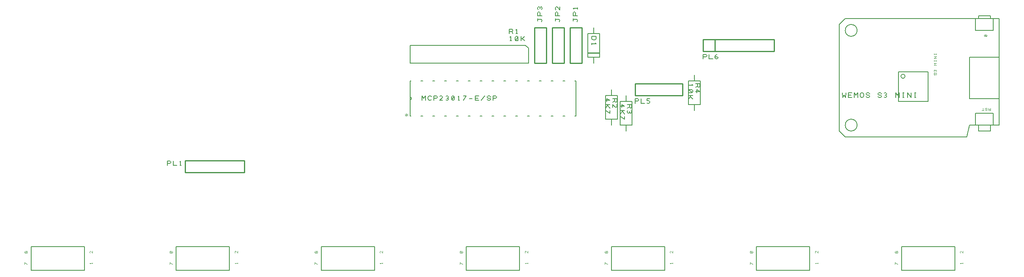
<source format=gbr>
G04 DesignSpark PCB Gerber Version 11.0 Build 5877*
%FSLAX35Y35*%
%MOIN*%
%ADD87C,0.00300*%
%ADD23C,0.00394*%
%ADD21C,0.00500*%
%ADD86C,0.00600*%
%ADD24C,0.00787*%
%ADD13C,0.01000*%
X0Y0D02*
D02*
D13*
X173100Y115600D02*
X223100D01*
Y125600D01*
X173100D01*
Y115600D01*
X468100Y238100D02*
Y208100D01*
X478100D01*
Y238100D01*
X468100D01*
X483100D02*
Y208100D01*
X493100D01*
Y238100D01*
X483100D01*
X498100D02*
Y208100D01*
X508100D01*
Y238100D01*
X498100D01*
X522800Y216600D02*
X513400D01*
X553100Y180600D02*
X593100D01*
Y190600D01*
X553100D01*
Y180600D01*
X610600Y228100D02*
Y218100D01*
X620600D01*
Y228100D01*
X610600D01*
X620600Y218100D02*
X670600D01*
Y228100D01*
X620600D01*
Y218100D01*
D02*
D21*
X43100Y33100D02*
X88100D01*
Y53100D01*
X43100D01*
Y33100D01*
X158100Y121537D02*
Y125287D01*
X160287D01*
X160913Y124975D01*
X161225Y124350D01*
X160913Y123725D01*
X160287Y123413D01*
X158100D01*
X163100Y125287D02*
Y121537D01*
X166225D01*
X168725D02*
X169975D01*
X169350D02*
Y125287D01*
X168725Y124663D01*
X165600Y33100D02*
X210600D01*
Y53100D01*
X165600D01*
Y33100D01*
X288100D02*
X333100D01*
Y53100D01*
X288100D01*
Y33100D01*
X363100Y223100D02*
X460600D01*
X463100Y220600D01*
Y208100D01*
X363100D01*
Y223100D01*
X373100Y176537D02*
Y180287D01*
X374663Y178413D01*
X376225Y180287D01*
Y176537D01*
X381225Y177163D02*
X380913Y176850D01*
X380287Y176537D01*
X379350D01*
X378725Y176850D01*
X378413Y177163D01*
X378100Y177787D01*
Y179037D01*
X378413Y179663D01*
X378725Y179975D01*
X379350Y180287D01*
X380287D01*
X380913Y179975D01*
X381225Y179663D01*
X383100Y176537D02*
Y180287D01*
X385287D01*
X385913Y179975D01*
X386225Y179350D01*
X385913Y178725D01*
X385287Y178413D01*
X383100D01*
X390600Y176537D02*
X388100D01*
X390287Y178725D01*
X390600Y179350D01*
X390287Y179975D01*
X389663Y180287D01*
X388725D01*
X388100Y179975D01*
X393413Y176850D02*
X394037Y176537D01*
X394663D01*
X395287Y176850D01*
X395600Y177475D01*
X395287Y178100D01*
X394663Y178413D01*
X394037D01*
X394663D02*
X395287Y178725D01*
X395600Y179350D01*
X395287Y179975D01*
X394663Y180287D01*
X394037D01*
X393413Y179975D01*
X398413Y176850D02*
X399037Y176537D01*
X399663D01*
X400287Y176850D01*
X400600Y177475D01*
Y179350D01*
X400287Y179975D01*
X399663Y180287D01*
X399037D01*
X398413Y179975D01*
X398100Y179350D01*
Y177475D01*
X398413Y176850D01*
X400287Y179975D01*
X403725Y176537D02*
X404975D01*
X404350D02*
Y180287D01*
X403725Y179663D01*
X408100Y176537D02*
X410600Y180287D01*
X408100D01*
X413100Y177787D02*
X415600D01*
X418100Y176537D02*
Y180287D01*
X421225D01*
X420600Y178413D02*
X418100D01*
Y176537D02*
X421225D01*
X423100D02*
X426225Y180287D01*
X428100Y177475D02*
X428413Y176850D01*
X429037Y176537D01*
X430287D01*
X430913Y176850D01*
X431225Y177475D01*
X430913Y178100D01*
X430287Y178413D01*
X429037D01*
X428413Y178725D01*
X428100Y179350D01*
X428413Y179975D01*
X429037Y180287D01*
X430287D01*
X430913Y179975D01*
X431225Y179350D01*
X433100Y176537D02*
Y180287D01*
X435287D01*
X435913Y179975D01*
X436225Y179350D01*
X435913Y178725D01*
X435287Y178413D01*
X433100D01*
X410600Y33100D02*
X455600D01*
Y53100D01*
X410600D01*
Y33100D01*
X446850Y232787D02*
Y236537D01*
X449037D01*
X449663Y236225D01*
X449975Y235600D01*
X449663Y234975D01*
X449037Y234663D01*
X446850D01*
X449037D02*
X449975Y232787D01*
X452475D02*
X453725D01*
X453100D02*
Y236537D01*
X452475Y235913D01*
X447475Y226787D02*
X448725D01*
X448100D02*
Y230537D01*
X447475Y229913D01*
X452163Y227100D02*
X452787Y226787D01*
X453413D01*
X454037Y227100D01*
X454350Y227725D01*
Y229600D01*
X454037Y230225D01*
X453413Y230537D01*
X452787D01*
X452163Y230225D01*
X451850Y229600D01*
Y227725D01*
X452163Y227100D01*
X454037Y230225D01*
X456850Y226787D02*
Y230537D01*
Y228663D02*
X457787D01*
X459975Y230537D01*
X457787Y228663D02*
X459975Y226787D01*
X474037Y243100D02*
X474350Y243413D01*
X474663Y244037D01*
X474350Y244663D01*
X474037Y244975D01*
X470913D01*
Y245600D01*
Y244975D02*
Y243725D01*
X474663Y248100D02*
X470913D01*
Y250287D01*
X471225Y250913D01*
X471850Y251225D01*
X472475Y250913D01*
X472787Y250287D01*
Y248100D01*
X474350Y253413D02*
X474663Y254037D01*
Y254663D01*
X474350Y255287D01*
X473725Y255600D01*
X473100Y255287D01*
X472787Y254663D01*
Y254037D01*
Y254663D02*
X472475Y255287D01*
X471850Y255600D01*
X471225Y255287D01*
X470913Y254663D01*
Y254037D01*
X471225Y253413D01*
X489037Y243100D02*
X489350Y243413D01*
X489663Y244037D01*
X489350Y244663D01*
X489037Y244975D01*
X485913D01*
Y245600D01*
Y244975D02*
Y243725D01*
X489663Y248100D02*
X485913D01*
Y250287D01*
X486225Y250913D01*
X486850Y251225D01*
X487475Y250913D01*
X487787Y250287D01*
Y248100D01*
X489663Y255600D02*
Y253100D01*
X487475Y255287D01*
X486850Y255600D01*
X486225Y255287D01*
X485913Y254663D01*
Y253725D01*
X486225Y253100D01*
X504037Y243100D02*
X504350Y243413D01*
X504663Y244037D01*
X504350Y244663D01*
X504037Y244975D01*
X500913D01*
Y245600D01*
Y244975D02*
Y243725D01*
X504663Y248100D02*
X500913D01*
Y250287D01*
X501225Y250913D01*
X501850Y251225D01*
X502475Y250913D01*
X502787Y250287D01*
Y248100D01*
X504663Y253725D02*
Y254975D01*
Y254350D02*
X500913D01*
X501537Y253725D01*
X513100Y233100D02*
X523100D01*
Y213100D01*
X513100D01*
Y233100D01*
X516537Y230600D02*
X520287D01*
Y228725D01*
X519975Y228100D01*
X519663Y227787D01*
X519037Y227475D01*
X517787D01*
X517163Y227787D01*
X516850Y228100D01*
X516537Y228725D01*
Y230600D01*
Y224975D02*
Y223725D01*
Y224350D02*
X520287D01*
X519663Y224975D01*
X518100Y213100D02*
Y208100D01*
Y238100D02*
Y233100D01*
X528100Y180600D02*
X538100D01*
Y160600D01*
X528100D01*
Y180600D01*
X533100Y33100D02*
X578100D01*
Y53100D01*
X533100D01*
Y33100D01*
Y160600D02*
Y155600D01*
X534037Y178100D02*
X537787D01*
Y175913D01*
X537475Y175287D01*
X536850Y174975D01*
X536225Y175287D01*
X535913Y175913D01*
Y178100D01*
Y175913D02*
X534037Y174975D01*
Y170600D02*
Y173100D01*
X536225Y170913D01*
X536850Y170600D01*
X537475Y170913D01*
X537787Y171537D01*
Y172475D01*
X537475Y173100D01*
X528037Y176537D02*
X531787D01*
X529287Y178100D01*
Y175600D01*
X528037Y173100D02*
X531787D01*
X529913D02*
Y172163D01*
X531787Y169975D01*
X529913Y172163D02*
X528037Y169975D01*
Y168100D02*
X531787Y165600D01*
Y168100D01*
X533100Y185600D02*
Y180600D01*
X540600Y175600D02*
X550600D01*
Y155600D01*
X540600D01*
Y175600D01*
X545600Y155600D02*
Y150600D01*
X546537Y173100D02*
X550287D01*
Y170913D01*
X549975Y170287D01*
X549350Y169975D01*
X548725Y170287D01*
X548413Y170913D01*
Y173100D01*
Y170913D02*
X546537Y169975D01*
X546850Y167787D02*
X546537Y167163D01*
Y166537D01*
X546850Y165913D01*
X547475Y165600D01*
X548100Y165913D01*
X548413Y166537D01*
Y167163D01*
Y166537D02*
X548725Y165913D01*
X549350Y165600D01*
X549975Y165913D01*
X550287Y166537D01*
Y167163D01*
X549975Y167787D01*
X540537Y171537D02*
X544287D01*
X541787Y173100D01*
Y170600D01*
X540537Y168100D02*
X544287D01*
X542413D02*
Y167163D01*
X544287Y164975D01*
X542413Y167163D02*
X540537Y164975D01*
Y163100D02*
X544287Y160600D01*
Y163100D01*
X545600Y180600D02*
Y175600D01*
X553100Y174037D02*
Y177787D01*
X555287D01*
X555913Y177475D01*
X556225Y176850D01*
X555913Y176225D01*
X555287Y175913D01*
X553100D01*
X558100Y177787D02*
Y174037D01*
X561225D01*
X563100Y174350D02*
X563725Y174037D01*
X564663D01*
X565287Y174350D01*
X565600Y174975D01*
Y175287D01*
X565287Y175913D01*
X564663Y176225D01*
X563100D01*
Y177787D01*
X565600D01*
X598100Y193100D02*
X608100D01*
Y173100D01*
X598100D01*
Y193100D01*
X603100Y173100D02*
Y168100D01*
X604037Y190600D02*
X607787D01*
Y188413D01*
X607475Y187787D01*
X606850Y187475D01*
X606225Y187787D01*
X605913Y188413D01*
Y190600D01*
Y188413D02*
X604037Y187475D01*
Y184037D02*
X607787D01*
X605287Y185600D01*
Y183100D01*
X598037Y189975D02*
Y188725D01*
Y189350D02*
X601787D01*
X601163Y189975D01*
X598350Y185287D02*
X598037Y184663D01*
Y184037D01*
X598350Y183413D01*
X598975Y183100D01*
X600850D01*
X601475Y183413D01*
X601787Y184037D01*
Y184663D01*
X601475Y185287D01*
X600850Y185600D01*
X598975D01*
X598350Y185287D01*
X601475Y183413D01*
X598037Y180600D02*
X601787D01*
X599913D02*
Y179663D01*
X601787Y177475D01*
X599913Y179663D02*
X598037Y177475D01*
X603100Y198100D02*
Y193100D01*
X610600Y211537D02*
Y215287D01*
X612787D01*
X613413Y214975D01*
X613725Y214350D01*
X613413Y213725D01*
X612787Y213413D01*
X610600D01*
X615600Y215287D02*
Y211537D01*
X618725D01*
X620600Y212475D02*
X620913Y213100D01*
X621537Y213413D01*
X622163D01*
X622787Y213100D01*
X623100Y212475D01*
X622787Y211850D01*
X622163Y211537D01*
X621537D01*
X620913Y211850D01*
X620600Y212475D01*
Y213413D01*
X620913Y214350D01*
X621537Y214975D01*
X622163Y215287D01*
X655600Y33100D02*
X700600D01*
Y53100D01*
X655600D01*
Y33100D01*
X725600Y150600D02*
X730600Y145600D01*
X833100D01*
X835600Y155600D01*
X860600D01*
Y245600D01*
X730600D01*
X725600Y240600D01*
Y150600D01*
X730600Y155600D02*
G75*
G03*
X740600I5000J0D01*
G01*
G75*
G03*
X730600I-5000J0D01*
G01*
Y235600D02*
G75*
G03*
X740600I5000J0D01*
G01*
G75*
G03*
X730600I-5000J0D01*
G01*
X775600Y175600D02*
X800600D01*
Y200600D01*
X775600D01*
Y175600D01*
X778100Y33100D02*
X823100D01*
Y53100D01*
X778100D01*
Y33100D01*
Y195600D02*
G75*
G03*
X780600Y198100I1250J1250D01*
G01*
G75*
G03*
X778100Y195600I-1250J-1250D01*
G01*
X840600Y155600D02*
X855600D01*
Y165600D01*
X840600D01*
Y155600D01*
Y235600D02*
Y245600D01*
X855600D01*
Y235600D01*
X840600D01*
X843100Y150600D02*
Y155600D01*
X853100D01*
Y150600D01*
X843100D01*
X853100Y245600D02*
Y248100D01*
X843100D01*
Y245600D01*
X853100D01*
X860600Y178100D02*
Y213100D01*
X835600D01*
Y178100D01*
X860600D01*
D02*
D23*
X40009Y38100D02*
X37647Y39675D01*
Y38100D01*
X38828Y48139D02*
Y48533D01*
X38631Y48927D01*
X38238Y49124D01*
X37844Y48927D01*
X37647Y48533D01*
Y48139D01*
X37844Y47746D01*
X38238Y47549D01*
X38631Y47746D01*
X38828Y48139D01*
X39025Y47746D01*
X39419Y47549D01*
X39813Y47746D01*
X40009Y48139D01*
Y48533D01*
X39813Y48927D01*
X39419Y49124D01*
X39025Y48927D01*
X38828Y48533D01*
X95009Y38494D02*
Y39281D01*
Y38887D02*
X92647D01*
X93041Y38494D01*
X95009Y49124D02*
Y47549D01*
X93631Y48927D01*
X93238Y49124D01*
X92844Y48927D01*
X92647Y48533D01*
Y47943D01*
X92844Y47549D01*
X162509Y38100D02*
X160147Y39675D01*
Y38100D01*
X161328Y48139D02*
Y48533D01*
X161131Y48927D01*
X160738Y49124D01*
X160344Y48927D01*
X160147Y48533D01*
Y48139D01*
X160344Y47746D01*
X160738Y47549D01*
X161131Y47746D01*
X161328Y48139D01*
X161525Y47746D01*
X161919Y47549D01*
X162313Y47746D01*
X162509Y48139D01*
Y48533D01*
X162313Y48927D01*
X161919Y49124D01*
X161525Y48927D01*
X161328Y48533D01*
X217509Y38494D02*
Y39281D01*
Y38887D02*
X215147D01*
X215541Y38494D01*
X217509Y49124D02*
Y47549D01*
X216131Y48927D01*
X215738Y49124D01*
X215344Y48927D01*
X215147Y48533D01*
Y47943D01*
X215344Y47549D01*
X285009Y38100D02*
X282647Y39675D01*
Y38100D01*
X283828Y48139D02*
Y48533D01*
X283631Y48927D01*
X283238Y49124D01*
X282844Y48927D01*
X282647Y48533D01*
Y48139D01*
X282844Y47746D01*
X283238Y47549D01*
X283631Y47746D01*
X283828Y48139D01*
X284025Y47746D01*
X284419Y47549D01*
X284813Y47746D01*
X285009Y48139D01*
Y48533D01*
X284813Y48927D01*
X284419Y49124D01*
X284025Y48927D01*
X283828Y48533D01*
X340009Y38494D02*
Y39281D01*
Y38887D02*
X337647D01*
X338041Y38494D01*
X340009Y49124D02*
Y47549D01*
X338631Y48927D01*
X338238Y49124D01*
X337844Y48927D01*
X337647Y48533D01*
Y47943D01*
X337844Y47549D01*
X407509Y38100D02*
X405147Y39675D01*
Y38100D01*
X406328Y48139D02*
Y48533D01*
X406131Y48927D01*
X405738Y49124D01*
X405344Y48927D01*
X405147Y48533D01*
Y48139D01*
X405344Y47746D01*
X405738Y47549D01*
X406131Y47746D01*
X406328Y48139D01*
X406525Y47746D01*
X406919Y47549D01*
X407313Y47746D01*
X407509Y48139D01*
Y48533D01*
X407313Y48927D01*
X406919Y49124D01*
X406525Y48927D01*
X406328Y48533D01*
X462509Y38494D02*
Y39281D01*
Y38887D02*
X460147D01*
X460541Y38494D01*
X462509Y49124D02*
Y47549D01*
X461131Y48927D01*
X460738Y49124D01*
X460344Y48927D01*
X460147Y48533D01*
Y47943D01*
X460344Y47549D01*
X530009Y38100D02*
X527647Y39675D01*
Y38100D01*
X528828Y48139D02*
Y48533D01*
X528631Y48927D01*
X528238Y49124D01*
X527844Y48927D01*
X527647Y48533D01*
Y48139D01*
X527844Y47746D01*
X528238Y47549D01*
X528631Y47746D01*
X528828Y48139D01*
X529025Y47746D01*
X529419Y47549D01*
X529813Y47746D01*
X530009Y48139D01*
Y48533D01*
X529813Y48927D01*
X529419Y49124D01*
X529025Y48927D01*
X528828Y48533D01*
X585009Y38494D02*
Y39281D01*
Y38887D02*
X582647D01*
X583041Y38494D01*
X585009Y49124D02*
Y47549D01*
X583631Y48927D01*
X583238Y49124D01*
X582844Y48927D01*
X582647Y48533D01*
Y47943D01*
X582844Y47549D01*
X652509Y38100D02*
X650147Y39675D01*
Y38100D01*
X651328Y48139D02*
Y48533D01*
X651131Y48927D01*
X650738Y49124D01*
X650344Y48927D01*
X650147Y48533D01*
Y48139D01*
X650344Y47746D01*
X650738Y47549D01*
X651131Y47746D01*
X651328Y48139D01*
X651525Y47746D01*
X651919Y47549D01*
X652313Y47746D01*
X652509Y48139D01*
Y48533D01*
X652313Y48927D01*
X651919Y49124D01*
X651525Y48927D01*
X651328Y48533D01*
X707509Y38494D02*
Y39281D01*
Y38887D02*
X705147D01*
X705541Y38494D01*
X707509Y49124D02*
Y47549D01*
X706131Y48927D01*
X705738Y49124D01*
X705344Y48927D01*
X705147Y48533D01*
Y47943D01*
X705344Y47549D01*
X775009Y38100D02*
X772647Y39675D01*
Y38100D01*
X773828Y48139D02*
Y48533D01*
X773631Y48927D01*
X773238Y49124D01*
X772844Y48927D01*
X772647Y48533D01*
Y48139D01*
X772844Y47746D01*
X773238Y47549D01*
X773631Y47746D01*
X773828Y48139D01*
X774025Y47746D01*
X774419Y47549D01*
X774813Y47746D01*
X775009Y48139D01*
Y48533D01*
X774813Y48927D01*
X774419Y49124D01*
X774025Y48927D01*
X773828Y48533D01*
X807067Y198100D02*
X807411Y198272D01*
X807583Y198617D01*
Y199306D01*
X807411Y199650D01*
X807067Y199822D01*
X806722Y199650D01*
X806550Y199306D01*
Y198617D01*
X806378Y198272D01*
X806033Y198100D01*
X805689Y198272D01*
X805516Y198617D01*
Y199306D01*
X805689Y199650D01*
X806033Y199822D01*
X807411Y201028D02*
X807583Y201373D01*
Y201717D01*
X807411Y202062D01*
X807067Y202234D01*
X806722Y202062D01*
X806550Y201717D01*
Y201373D01*
Y201717D02*
X806378Y202062D01*
X806033Y202234D01*
X805689Y202062D01*
X805516Y201717D01*
Y201373D01*
X805689Y201028D01*
X807583Y206368D02*
X805516D01*
X806550Y207229D01*
X805516Y208090D01*
X807583D01*
Y209641D02*
Y210330D01*
Y209985D02*
X805516D01*
Y209641D02*
Y210330D01*
X807583Y211880D02*
X805516D01*
X807583Y213602D01*
X805516D01*
X807583Y215152D02*
Y215841D01*
Y215497D02*
X805516D01*
Y215152D02*
Y215841D01*
X830009Y38494D02*
Y39281D01*
Y38887D02*
X827647D01*
X828041Y38494D01*
X830009Y49124D02*
Y47549D01*
X828631Y48927D01*
X828238Y49124D01*
X827844Y48927D01*
X827647Y48533D01*
Y47943D01*
X827844Y47549D01*
X849911Y230772D02*
X850083Y231117D01*
Y231461D01*
X849911Y231806D01*
X849567Y231978D01*
X848533D01*
X848189Y231806D01*
X848016Y231461D01*
Y231117D01*
X848189Y230772D01*
X848533Y230600D01*
X849567D01*
X849911Y230772D01*
X848189Y231806D01*
X853100Y170083D02*
Y168016D01*
X851894D01*
X851550Y168189D01*
X851378Y168533D01*
X851550Y168878D01*
X851894Y169050D01*
X853100D01*
X851894D02*
X851378Y170083D01*
X850344Y169567D02*
X850172Y169911D01*
X849827Y170083D01*
X849138D01*
X848794Y169911D01*
X848622Y169567D01*
X848794Y169222D01*
X849138Y169050D01*
X849827D01*
X850172Y168878D01*
X850344Y168533D01*
X850172Y168189D01*
X849827Y168016D01*
X849138D01*
X848794Y168189D01*
X848622Y168533D01*
X846727Y170083D02*
Y168016D01*
X847588D02*
X845866D01*
D02*
D24*
X728100Y182787D02*
X728413Y179037D01*
X729663Y180913D01*
X730913Y179037D01*
X731225Y182787D01*
X733100Y179037D02*
Y182787D01*
X736225D01*
X735600Y180913D02*
X733100D01*
Y179037D02*
X736225D01*
X738100D02*
Y182787D01*
X739663Y180913D01*
X741225Y182787D01*
Y179037D01*
X743100Y180287D02*
Y181537D01*
X743413Y182163D01*
X743725Y182475D01*
X744350Y182787D01*
X744975D01*
X745600Y182475D01*
X745913Y182163D01*
X746225Y181537D01*
Y180287D01*
X745913Y179663D01*
X745600Y179350D01*
X744975Y179037D01*
X744350D01*
X743725Y179350D01*
X743413Y179663D01*
X743100Y180287D01*
X748100Y179975D02*
X748413Y179350D01*
X749037Y179037D01*
X750287D01*
X750913Y179350D01*
X751225Y179975D01*
X750913Y180600D01*
X750287Y180913D01*
X749037D01*
X748413Y181225D01*
X748100Y181850D01*
X748413Y182475D01*
X749037Y182787D01*
X750287D01*
X750913Y182475D01*
X751225Y181850D01*
X758100Y179975D02*
X758413Y179350D01*
X759037Y179037D01*
X760287D01*
X760913Y179350D01*
X761225Y179975D01*
X760913Y180600D01*
X760287Y180913D01*
X759037D01*
X758413Y181225D01*
X758100Y181850D01*
X758413Y182475D01*
X759037Y182787D01*
X760287D01*
X760913Y182475D01*
X761225Y181850D01*
X763413Y179350D02*
X764037Y179037D01*
X764663D01*
X765287Y179350D01*
X765600Y179975D01*
X765287Y180600D01*
X764663Y180913D01*
X764037D01*
X764663D02*
X765287Y181225D01*
X765600Y181850D01*
X765287Y182475D01*
X764663Y182787D01*
X764037D01*
X763413Y182475D01*
X773100Y179037D02*
Y182787D01*
X774663Y180913D01*
X776225Y182787D01*
Y179037D01*
X779037D02*
X780287D01*
X779663D02*
Y182787D01*
X779037D02*
X780287D01*
X783100Y179037D02*
Y182787D01*
X786225Y179037D01*
Y182787D01*
X789037Y179037D02*
X790287D01*
X789663D02*
Y182787D01*
X789037D02*
X790287D01*
D02*
D86*
X363100Y176900D02*
G75*
G03*
Y179300I0J1200D01*
G01*
X363840Y163350D02*
X363100D01*
Y192850D01*
X363847D01*
X372360Y163350D02*
X373847D01*
Y192850D02*
X372353D01*
X382353Y163350D02*
X383847D01*
Y192850D02*
X382353D01*
X392353Y163350D02*
X393847D01*
Y192850D02*
X392353D01*
X402353Y163350D02*
X403847D01*
Y192850D02*
X402353D01*
X412353Y163350D02*
X413847D01*
Y192850D02*
X412353D01*
X422353Y163350D02*
X423847D01*
Y192850D02*
X422353D01*
X432353Y163350D02*
X433847D01*
Y192850D02*
X432353D01*
X442353Y163350D02*
X443847D01*
Y192850D02*
X442353D01*
X452353Y163350D02*
X453847D01*
Y192850D02*
X452353D01*
X462353Y163350D02*
X463847D01*
Y192850D02*
X462353D01*
X472353Y163350D02*
X473847D01*
Y192850D02*
X472353D01*
X482353Y163350D02*
X483847D01*
Y192850D02*
X482353D01*
X492353Y163350D02*
X493847D01*
Y192850D02*
X492353D01*
X502353D02*
X503100D01*
Y163350D01*
X502353D01*
D02*
D87*
X359963Y163100D02*
Y165600D01*
X361213Y163725D02*
X358713Y164975D01*
Y163725D02*
X361213Y164975D01*
X0Y0D02*
M02*

</source>
